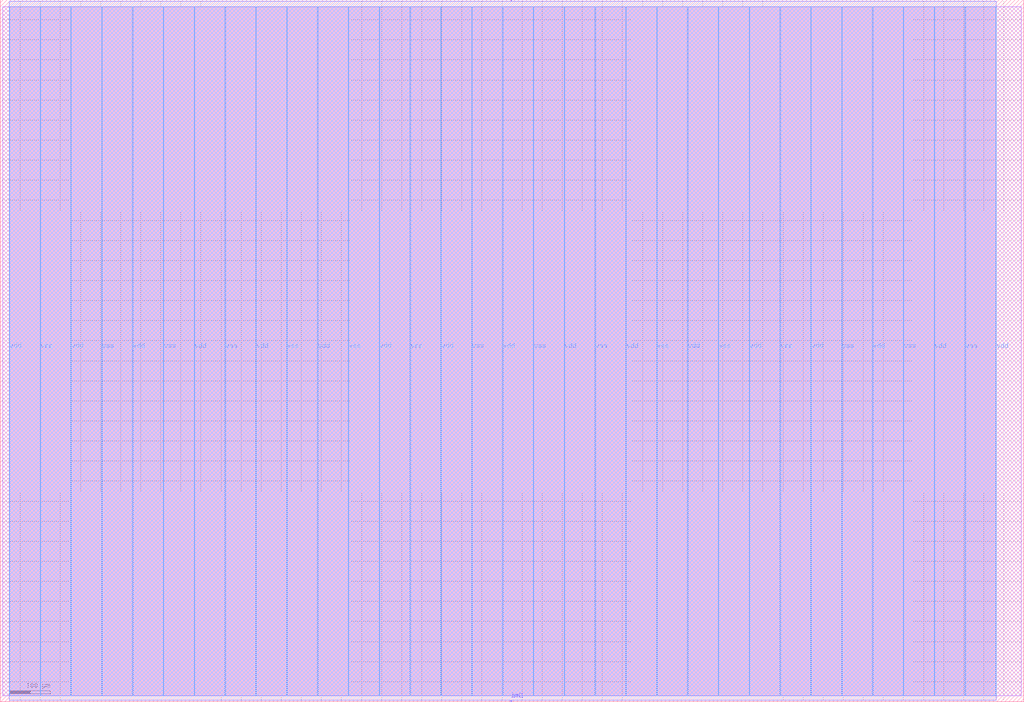
<source format=lef>
VERSION 5.7 ;
  NOWIREEXTENSIONATPIN ON ;
  DIVIDERCHAR "/" ;
  BUSBITCHARS "[]" ;
MACRO analog_wrapper
  CLASS BLOCK ;
  FOREIGN analog_wrapper ;
  ORIGIN 0.000 0.000 ;
  SIZE 2550.000 BY 1750.000 ;
  PIN in1
    DIRECTION INPUT ;
    USE SIGNAL ;
    ANTENNAGATEAREA 0.519000 ;
    PORT
      LAYER Metal2 ;
        RECT 1273.440 0.000 1274.000 4.000 ;
    END
  END in1
  PIN in2
    DIRECTION INPUT ;
    USE SIGNAL ;
    ANTENNAGATEAREA 0.519000 ;
    PORT
      LAYER Metal2 ;
        RECT 1270.080 0.000 1270.640 4.000 ;
    END
  END in2
  PIN out
    DIRECTION OUTPUT TRISTATE ;
    USE SIGNAL ;
    ANTENNADIFFAREA 0.893200 ;
    PORT
      LAYER Metal2 ;
        RECT 1273.440 1746.000 1274.000 1750.000 ;
    END
  END out
  PIN vdd
    DIRECTION INOUT ;
    USE POWER ;
    PORT
      LAYER Metal4 ;
        RECT 22.240 15.380 23.840 1732.940 ;
    END
    PORT
      LAYER Metal4 ;
        RECT 175.840 15.380 177.440 1732.940 ;
    END
    PORT
      LAYER Metal4 ;
        RECT 329.440 15.380 331.040 1732.940 ;
    END
    PORT
      LAYER Metal4 ;
        RECT 483.040 15.380 484.640 1732.940 ;
    END
    PORT
      LAYER Metal4 ;
        RECT 636.640 15.380 638.240 1732.940 ;
    END
    PORT
      LAYER Metal4 ;
        RECT 790.240 15.380 791.840 1732.940 ;
    END
    PORT
      LAYER Metal4 ;
        RECT 943.840 15.380 945.440 1732.940 ;
    END
    PORT
      LAYER Metal4 ;
        RECT 1097.440 15.380 1099.040 1732.940 ;
    END
    PORT
      LAYER Metal4 ;
        RECT 1251.040 15.380 1252.640 1732.940 ;
    END
    PORT
      LAYER Metal4 ;
        RECT 1404.640 15.380 1406.240 1732.940 ;
    END
    PORT
      LAYER Metal4 ;
        RECT 1558.240 15.380 1559.840 1732.940 ;
    END
    PORT
      LAYER Metal4 ;
        RECT 1711.840 15.380 1713.440 1732.940 ;
    END
    PORT
      LAYER Metal4 ;
        RECT 1865.440 15.380 1867.040 1732.940 ;
    END
    PORT
      LAYER Metal4 ;
        RECT 2019.040 15.380 2020.640 1732.940 ;
    END
    PORT
      LAYER Metal4 ;
        RECT 2172.640 15.380 2174.240 1732.940 ;
    END
    PORT
      LAYER Metal4 ;
        RECT 2326.240 15.380 2327.840 1732.940 ;
    END
    PORT
      LAYER Metal4 ;
        RECT 2479.840 15.380 2481.440 1732.940 ;
    END
  END vdd
  PIN vss
    DIRECTION INOUT ;
    USE GROUND ;
    PORT
      LAYER Metal4 ;
        RECT 99.040 15.380 100.640 1732.940 ;
    END
    PORT
      LAYER Metal4 ;
        RECT 252.640 15.380 254.240 1732.940 ;
    END
    PORT
      LAYER Metal4 ;
        RECT 406.240 15.380 407.840 1732.940 ;
    END
    PORT
      LAYER Metal4 ;
        RECT 559.840 15.380 561.440 1732.940 ;
    END
    PORT
      LAYER Metal4 ;
        RECT 713.440 15.380 715.040 1732.940 ;
    END
    PORT
      LAYER Metal4 ;
        RECT 867.040 15.380 868.640 1732.940 ;
    END
    PORT
      LAYER Metal4 ;
        RECT 1020.640 15.380 1022.240 1732.940 ;
    END
    PORT
      LAYER Metal4 ;
        RECT 1174.240 15.380 1175.840 1732.940 ;
    END
    PORT
      LAYER Metal4 ;
        RECT 1327.840 15.380 1329.440 1732.940 ;
    END
    PORT
      LAYER Metal4 ;
        RECT 1481.440 15.380 1483.040 1732.940 ;
    END
    PORT
      LAYER Metal4 ;
        RECT 1635.040 15.380 1636.640 1732.940 ;
    END
    PORT
      LAYER Metal4 ;
        RECT 1788.640 15.380 1790.240 1732.940 ;
    END
    PORT
      LAYER Metal4 ;
        RECT 1942.240 15.380 1943.840 1732.940 ;
    END
    PORT
      LAYER Metal4 ;
        RECT 2095.840 15.380 2097.440 1732.940 ;
    END
    PORT
      LAYER Metal4 ;
        RECT 2249.440 15.380 2251.040 1732.940 ;
    END
    PORT
      LAYER Metal4 ;
        RECT 2403.040 15.380 2404.640 1732.940 ;
    END
  END vss
  OBS
      LAYER Metal1 ;
        RECT 6.720 15.380 2542.960 1732.940 ;
      LAYER Metal2 ;
        RECT 22.380 1745.700 1273.140 1746.000 ;
        RECT 1274.300 1745.700 2481.300 1746.000 ;
        RECT 22.380 4.300 2481.300 1745.700 ;
        RECT 22.380 4.000 1269.780 4.300 ;
        RECT 1270.940 4.000 1273.140 4.300 ;
        RECT 1274.300 4.000 2481.300 4.300 ;
      LAYER Metal3 ;
        RECT 22.330 15.540 2481.350 1732.780 ;
  END
END analog_wrapper
END LIBRARY


</source>
